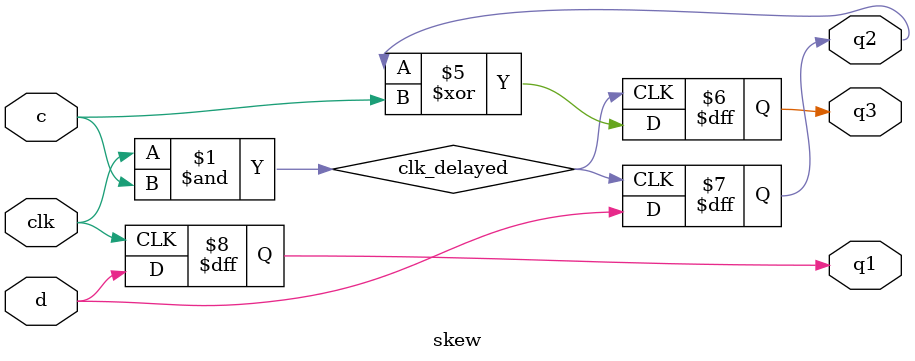
<source format=v>

module skew(
	input clk,
	input d,
	input c,
	output reg q1,
	output reg q2,
	output reg q3
);

	wire clk_delayed;
	assign clk_delayed = clk & c;

	always @(posedge clk)  q1 <= d;


	always @(posedge clk_delayed) q2 <= d;
	always @(posedge clk_delayed) q3 <= q2 ^ c;

endmodule


</source>
